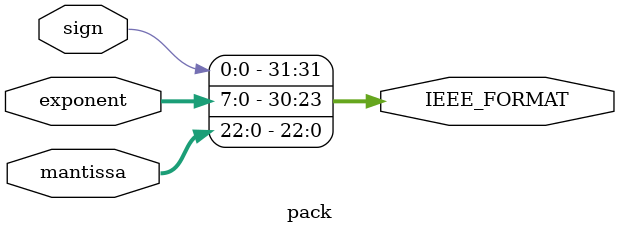
<source format=v>
module pack(
input       wire                             sign,
input       wire     [22:0]                  mantissa,
input       wire     [7:0]                   exponent,
output      wire     [31:0]                  IEEE_FORMAT
);


assign IEEE_FORMAT = {sign,exponent,mantissa};





endmodule
</source>
